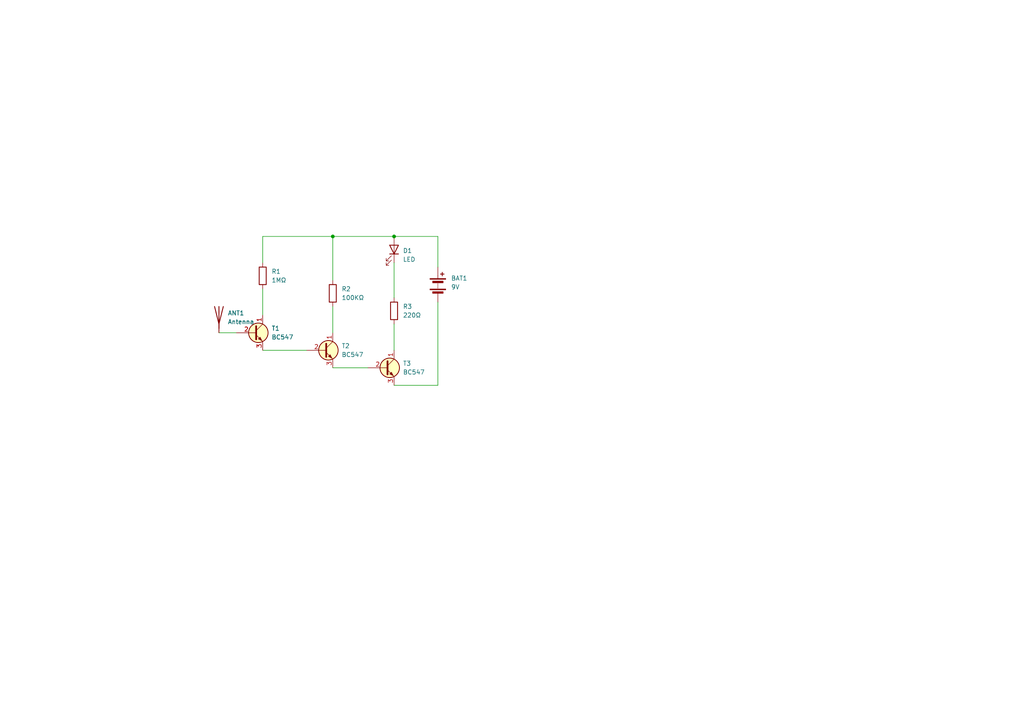
<source format=kicad_sch>
(kicad_sch (version 20230121) (generator eeschema)
  (paper "A4")
  (title_block (title "Detektor elektrostatickej elektriny") (date "2025-04-25") (rev "1") (company "Piaristická Spojená Škola") (comment 3 "Dominik Nagy") (comment 4 "Autor:"))
  (lib_symbols
    (symbol "Device:Antenna" (pin_numbers hide) (pin_names (offset 1.016) hide)
      (property "Reference" "AE" (at -1.905 1.905 0))
      (property "Value" "Antenna" (at -1.905 0 0))
      (symbol "Antenna_0_1"
        (polyline (pts (xy 0 2.54) (xy 0 -3.81)) (stroke (width 0.254)))
        (polyline (pts (xy 1.27 2.54) (xy 0 -2.54) (xy -1.27 2.54)) (stroke (width 0.254)))
      )
      (symbol "Antenna_1_1"
        (pin input line (at 0 -5.08 90) (length 2.54) (name "A") (number "1"))
      )
    )
    (symbol "Device:Battery" (pin_numbers hide) (pin_names (offset 0) hide)
      (property "Reference" "BT" (at 2.54 2.54 0))
      (property "Value" "Battery" (at 2.54 0 0))
      (symbol "Battery_0_1"
        (rectangle (start -2.286 -1.27) (end 2.286 -1.524) (fill (type outline)))
        (rectangle (start -2.286 1.778) (end 2.286 1.524) (fill (type outline)))
        (rectangle (start -1.524 -2.032) (end 1.524 -2.54) (fill (type outline)))
        (rectangle (start -1.524 1.016) (end 1.524 0.508) (fill (type outline)))
        (polyline (pts (xy 0 -1.016) (xy 0 -0.762)))
        (polyline (pts (xy 0 -0.508) (xy 0 -0.254)))
        (polyline (pts (xy 0 0) (xy 0 0.254)))
        (polyline (pts (xy 0 1.778) (xy 0 2.54)))
        (polyline (pts (xy 0.762 3.048) (xy 1.778 3.048)) (stroke (width 0.254)))
        (polyline (pts (xy 1.27 3.556) (xy 1.27 2.54)) (stroke (width 0.254)))
      )
      (symbol "Battery_1_1"
        (pin passive line (at 0 5.08 270) (length 2.54) (name "+") (number "1"))
        (pin passive line (at 0 -5.08 90) (length 2.54) (name "-") (number "2"))
      )
    )
    (symbol "Device:LED" (pin_numbers hide) (pin_names (offset 1.016) hide)
      (property "Reference" "D" (at 0 2.54 0))
      (property "Value" "LED" (at 0 -2.54 0))
      (symbol "LED_0_1"
        (polyline (pts (xy -1.27 -1.27) (xy -1.27 1.27)) (stroke (width 0.254)))
        (polyline (pts (xy -1.27 0) (xy 1.27 0)))
        (polyline (pts (xy 1.27 -1.27) (xy 1.27 1.27) (xy -1.27 0) (xy 1.27 -1.27)) (stroke (width 0.254)))
        (polyline (pts (xy -3.048 -0.762) (xy -4.572 -2.286) (xy -3.81 -2.286) (xy -4.572 -2.286) (xy -4.572 -1.524)))
        (polyline (pts (xy -1.778 -0.762) (xy -3.302 -2.286) (xy -2.54 -2.286) (xy -3.302 -2.286) (xy -3.302 -1.524)))
      )
      (symbol "LED_1_1"
        (pin passive line (at -3.81 0 0) (length 2.54) (name "K") (number "1"))
        (pin passive line (at 3.81 0 180) (length 2.54) (name "A") (number "2"))
      )
    )
    (symbol "Device:R" (pin_numbers hide) (pin_names (offset 0))
      (property "Reference" "R" (at 2.032 0 90))
      (property "Value" "R" (at 0 0 90))
      (symbol "R_0_1"
        (rectangle (start -1.016 -2.54) (end 1.016 2.54) (stroke (width 0.254)))
      )
      (symbol "R_1_1"
        (pin passive line (at 0 3.81 270) (length 1.27) (name "~") (number "1"))
        (pin passive line (at 0 -3.81 90) (length 1.27) (name "~") (number "2"))
      )
    )
    (symbol "PCM_Transistor_BJT_AKL:BC547" (pin_names hide)
      (property "Reference" "Q" (at 5.08 1.27 0))
      (property "Value" "BC547" (at 5.08 -1.27 0))
      (symbol "BC547_0_1"
        (polyline (pts (xy 0.635 0.635) (xy 2.54 2.54)))
        (polyline (pts (xy 0.635 -0.635) (xy 2.54 -2.54) (xy 2.54 -2.54)))
        (polyline (pts (xy 0.635 1.905) (xy 0.635 -1.905) (xy 0.635 -1.905)) (stroke (width 0.508)))
        (polyline (pts (xy 1.27 -1.778) (xy 1.778 -1.27) (xy 2.286 -2.286) (xy 1.27 -1.778) (xy 1.27 -1.778)) (fill (type outline)))
        (circle (center 1.27 0) (radius 2.8194) (stroke (width 0.254)) (fill (type background)))
      )
      (symbol "BC547_1_1"
        (pin passive line (at 2.54 5.08 270) (length 2.54) (name "C") (number "1"))
        (pin input line (at -5.08 0 0) (length 5.715) (name "B") (number "2"))
        (pin passive line (at 2.54 -5.08 90) (length 2.54) (name "E") (number "3"))
      )
    )
  )
  (junction (at 114.3 68.58))
  (junction (at 96.52 68.58))
  (wire (pts (xy 96.52 68.58) (xy 96.52 81.28)))
  (wire (pts (xy 114.3 76.2) (xy 114.3 86.36)))
  (wire (pts (xy 114.3 111.76) (xy 127 111.76)))
  (wire (pts (xy 76.2 101.6) (xy 88.9 101.6)))
  (wire (pts (xy 76.2 68.58) (xy 76.2 76.2)))
  (wire (pts (xy 76.2 68.58) (xy 96.52 68.58)))
  (wire (pts (xy 96.52 88.9) (xy 96.52 96.52)))
  (wire (pts (xy 76.2 83.82) (xy 76.2 91.44)))
  (wire (pts (xy 96.52 68.58) (xy 114.3 68.58)))
  (wire (pts (xy 114.3 68.58) (xy 127 68.58)))
  (wire (pts (xy 96.52 106.68) (xy 106.68 106.68)))
  (wire (pts (xy 63.5 96.52) (xy 68.58 96.52)))
  (wire (pts (xy 127 87.63) (xy 127 111.76)))
  (wire (pts (xy 114.3 93.98) (xy 114.3 101.6)))
  (wire (pts (xy 127 68.58) (xy 127 77.47)))
  (symbol (lib_id "Device:Battery") (at 127 82.55 0) (unit 1)
    (property "Reference" "BAT1" (at 130.81 80.7085 0) (effects (justify left)))
    (property "Value" "9V" (at 130.81 83.2485 0) (effects (justify left)))
    (property "Footprint" "Battery:BatteryHolder_Keystone_2462_2xAA" (effects hide))
  )
  (symbol (lib_id "Device:LED") (at 114.3 72.39 270) (mirror x) (unit 1)
    (property "Reference" "D1" (at 116.84 72.7075 90) (effects (justify left)))
    (property "Value" "LED" (at 116.84 75.2475 90) (effects (justify left)))
    (property "Footprint" "LED_THT:LED_D5.0mm" (effects hide))
  )
  (symbol (lib_id "Device:R") (at 76.2 80.01 0) (unit 1)
    (property "Reference" "R1" (at 78.74 78.74 0) (effects (justify left)))
    (property "Value" "1MΩ" (at 78.74 81.28 0) (effects (justify left)))
    (property "Footprint" "Resistor_THT:R_Axial_DIN0207_L6.3mm_D2.5mm_P7.62mm_Horizontal" (effects hide))
  )
  (symbol (lib_id "PCM_Transistor_BJT_AKL:BC547") (at 111.76 106.68 0) (unit 1)
    (property "Reference" "T3" (at 116.84 105.41 0) (effects (justify left)))
    (property "Value" "BC547" (at 116.84 107.95 0) (effects (justify left)))
    (property "Footprint" "Package_TO_SOT_THT:TO-92_Inline_Wide" (effects hide))
    (property "Datasheet" "https://www.tme.eu/Document/6c5d898a533a0762c2bc33eb26c283a8/BC546-550-DTE.pdf" (effects hide))
  )
  (symbol (lib_id "Device:R") (at 114.3 90.17 0) (unit 1)
    (property "Reference" "R3" (at 116.84 88.9 0) (effects (justify left)))
    (property "Value" "220Ω" (at 116.84 91.44 0) (effects (justify left)))
    (property "Footprint" "Resistor_THT:R_Axial_DIN0207_L6.3mm_D2.5mm_P7.62mm_Horizontal" (effects hide))
  )
  (symbol (lib_id "Device:Antenna") (at 63.5 91.44 0) (unit 1)
    (property "Reference" "ANT1" (at 66.04 90.805 0) (effects (justify left)))
    (property "Value" "Antenna" (at 66.04 93.345 0) (effects (justify left)))
    (property "Footprint" "RF_Antenna:Astrocast_AST50127-00" (effects hide))
  )
  (symbol (lib_id "PCM_Transistor_BJT_AKL:BC547") (at 73.66 96.52 0) (unit 1)
    (property "Reference" "T1" (at 78.74 95.25 0) (effects (justify left)))
    (property "Value" "BC547" (at 78.74 97.79 0) (effects (justify left)))
    (property "Footprint" "Package_TO_SOT_THT:TO-92_Inline_Wide" (effects hide))
    (property "Datasheet" "https://www.tme.eu/Document/6c5d898a533a0762c2bc33eb26c283a8/BC546-550-DTE.pdf" (effects hide))
  )
  (symbol (lib_id "PCM_Transistor_BJT_AKL:BC547") (at 93.98 101.6 0) (unit 1)
    (property "Reference" "T2" (at 99.06 100.33 0) (effects (justify left)))
    (property "Value" "BC547" (at 99.06 102.87 0) (effects (justify left)))
    (property "Footprint" "Package_TO_SOT_THT:TO-92_Inline_Wide" (effects hide))
    (property "Datasheet" "https://www.tme.eu/Document/6c5d898a533a0762c2bc33eb26c283a8/BC546-550-DTE.pdf" (effects hide))
  )
  (symbol (lib_id "Device:R") (at 96.52 85.09 0) (unit 1)
    (property "Reference" "R2" (at 99.06 83.82 0) (effects (justify left)))
    (property "Value" "100KΩ" (at 99.06 86.36 0) (effects (justify left)))
    (property "Footprint" "Resistor_THT:R_Axial_DIN0207_L6.3mm_D2.5mm_P7.62mm_Horizontal" (effects hide))
  )
)
</source>
